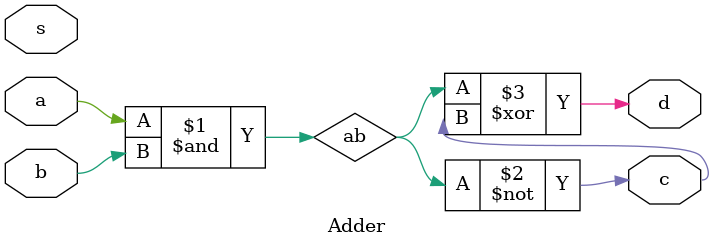
<source format=v>
`timescale 1ns / 1ps


module Adder(
    input a,
    input b,
    input s,
    
    output c,
    output d
    );
    
    wire ab;
    
    assign ab = a & b;
    assign c = ~ab;
    assign d = ab ^ c;
    
endmodule

</source>
